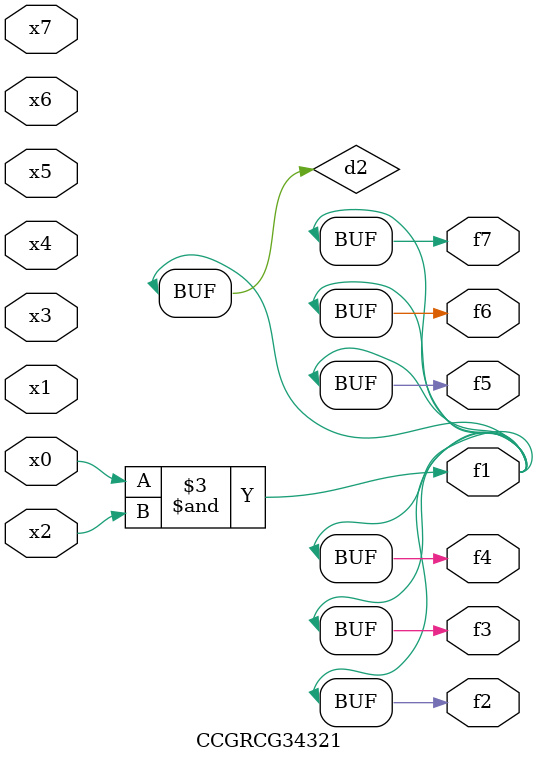
<source format=v>
module CCGRCG34321(
	input x0, x1, x2, x3, x4, x5, x6, x7,
	output f1, f2, f3, f4, f5, f6, f7
);

	wire d1, d2;

	nor (d1, x3, x6);
	and (d2, x0, x2);
	assign f1 = d2;
	assign f2 = d2;
	assign f3 = d2;
	assign f4 = d2;
	assign f5 = d2;
	assign f6 = d2;
	assign f7 = d2;
endmodule

</source>
